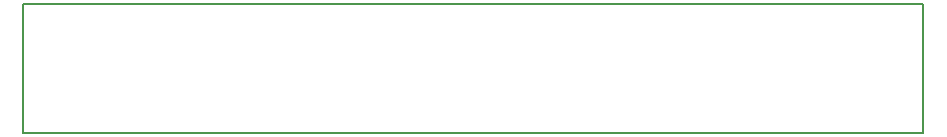
<source format=gbr>
G04 #@! TF.FileFunction,Profile,NP*
%FSLAX46Y46*%
G04 Gerber Fmt 4.6, Leading zero omitted, Abs format (unit mm)*
G04 Created by KiCad (PCBNEW 4.0.2-stable) date 11/15/2016 3:30:08 PM*
%MOMM*%
G01*
G04 APERTURE LIST*
%ADD10C,0.100000*%
%ADD11C,0.150000*%
G04 APERTURE END LIST*
D10*
D11*
X126190000Y-96910000D02*
X202390000Y-96910000D01*
X126190000Y-86000000D02*
X126190000Y-96910000D01*
X202390000Y-86000000D02*
X126190000Y-86000000D01*
X202390000Y-86000000D02*
X202390000Y-96910000D01*
M02*

</source>
